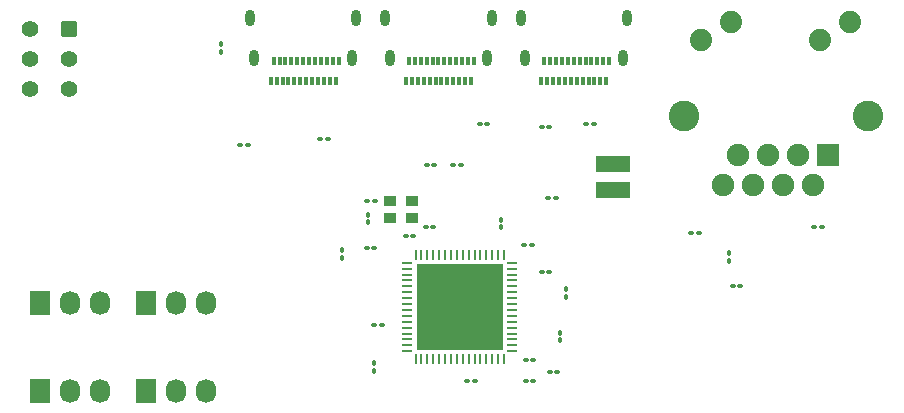
<source format=gbr>
%TF.GenerationSoftware,KiCad,Pcbnew,9.0.2*%
%TF.CreationDate,2025-07-05T10:38:59-05:00*%
%TF.ProjectId,main,6d61696e-2e6b-4696-9361-645f70636258,rev?*%
%TF.SameCoordinates,Original*%
%TF.FileFunction,Soldermask,Top*%
%TF.FilePolarity,Negative*%
%FSLAX46Y46*%
G04 Gerber Fmt 4.6, Leading zero omitted, Abs format (unit mm)*
G04 Created by KiCad (PCBNEW 9.0.2) date 2025-07-05 10:38:59*
%MOMM*%
%LPD*%
G01*
G04 APERTURE LIST*
G04 Aperture macros list*
%AMRoundRect*
0 Rectangle with rounded corners*
0 $1 Rounding radius*
0 $2 $3 $4 $5 $6 $7 $8 $9 X,Y pos of 4 corners*
0 Add a 4 corners polygon primitive as box body*
4,1,4,$2,$3,$4,$5,$6,$7,$8,$9,$2,$3,0*
0 Add four circle primitives for the rounded corners*
1,1,$1+$1,$2,$3*
1,1,$1+$1,$4,$5*
1,1,$1+$1,$6,$7*
1,1,$1+$1,$8,$9*
0 Add four rect primitives between the rounded corners*
20,1,$1+$1,$2,$3,$4,$5,0*
20,1,$1+$1,$4,$5,$6,$7,0*
20,1,$1+$1,$6,$7,$8,$9,0*
20,1,$1+$1,$8,$9,$2,$3,0*%
G04 Aperture macros list end*
%ADD10R,0.304800X0.711200*%
%ADD11O,0.812800X1.397000*%
%ADD12RoundRect,0.100000X0.130000X0.100000X-0.130000X0.100000X-0.130000X-0.100000X0.130000X-0.100000X0*%
%ADD13RoundRect,0.100000X0.100000X-0.130000X0.100000X0.130000X-0.100000X0.130000X-0.100000X-0.130000X0*%
%ADD14RoundRect,0.100000X-0.130000X-0.100000X0.130000X-0.100000X0.130000X0.100000X-0.130000X0.100000X0*%
%ADD15RoundRect,0.100000X-0.100000X0.130000X-0.100000X-0.130000X0.100000X-0.130000X0.100000X0.130000X0*%
%ADD16C,2.600000*%
%ADD17C,1.900000*%
%ADD18R,1.900000X1.900000*%
%ADD19C,1.890000*%
%ADD20C,1.400000*%
%ADD21RoundRect,0.250000X-0.450000X0.450000X-0.450000X-0.450000X0.450000X-0.450000X0.450000X0.450000X0*%
%ADD22R,7.300000X7.300000*%
%ADD23RoundRect,0.062500X-0.062500X-0.375000X0.062500X-0.375000X0.062500X0.375000X-0.062500X0.375000X0*%
%ADD24RoundRect,0.062500X-0.375000X-0.062500X0.375000X-0.062500X0.375000X0.062500X-0.375000X0.062500X0*%
%ADD25R,3.000000X1.400000*%
%ADD26R,1.730000X2.030000*%
%ADD27O,1.730000X2.030000*%
%ADD28R,1.050000X0.950000*%
G04 APERTURE END LIST*
D10*
%TO.C,J4*%
X135240000Y-59109999D03*
X134740001Y-59109999D03*
X134239999Y-59109999D03*
X133740000Y-59109999D03*
X133239998Y-59109999D03*
X132740000Y-59109999D03*
X132240000Y-59109999D03*
X131739999Y-59109999D03*
X131240000Y-59109999D03*
X130739998Y-59109999D03*
X130239999Y-59109999D03*
X129740000Y-59109999D03*
X129990000Y-57409998D03*
X130489999Y-57409998D03*
X130990000Y-57409998D03*
X131489999Y-57409998D03*
X131990001Y-57409998D03*
X132490000Y-57409998D03*
X132989999Y-57409998D03*
X133490001Y-57409998D03*
X133990000Y-57409998D03*
X134490001Y-57409998D03*
X134990000Y-57409998D03*
X135489999Y-57409998D03*
D11*
X128360001Y-57199999D03*
X128000000Y-53750000D03*
X136980000Y-53750000D03*
X136619999Y-57199999D03*
%TD*%
D10*
%TO.C,J2*%
X146693200Y-59109999D03*
X146193201Y-59109999D03*
X145693199Y-59109999D03*
X145193200Y-59109999D03*
X144693198Y-59109999D03*
X144193200Y-59109999D03*
X143693200Y-59109999D03*
X143193199Y-59109999D03*
X142693200Y-59109999D03*
X142193198Y-59109999D03*
X141693199Y-59109999D03*
X141193200Y-59109999D03*
X141443200Y-57409998D03*
X141943199Y-57409998D03*
X142443200Y-57409998D03*
X142943199Y-57409998D03*
X143443201Y-57409998D03*
X143943200Y-57409998D03*
X144443199Y-57409998D03*
X144943201Y-57409998D03*
X145443200Y-57409998D03*
X145943201Y-57409998D03*
X146443200Y-57409998D03*
X146943199Y-57409998D03*
D11*
X139813201Y-57199999D03*
X139453200Y-53750000D03*
X148433200Y-53750000D03*
X148073199Y-57199999D03*
%TD*%
D10*
%TO.C,J1*%
X158146400Y-59109999D03*
X157646401Y-59109999D03*
X157146399Y-59109999D03*
X156646400Y-59109999D03*
X156146398Y-59109999D03*
X155646400Y-59109999D03*
X155146400Y-59109999D03*
X154646399Y-59109999D03*
X154146400Y-59109999D03*
X153646398Y-59109999D03*
X153146399Y-59109999D03*
X152646400Y-59109999D03*
X152896400Y-57409998D03*
X153396399Y-57409998D03*
X153896400Y-57409998D03*
X154396399Y-57409998D03*
X154896401Y-57409998D03*
X155396400Y-57409998D03*
X155896399Y-57409998D03*
X156396401Y-57409998D03*
X156896400Y-57409998D03*
X157396401Y-57409998D03*
X157896400Y-57409998D03*
X158396399Y-57409998D03*
D11*
X151266401Y-57199999D03*
X150906400Y-53750000D03*
X159886400Y-53750000D03*
X159526399Y-57199999D03*
%TD*%
D12*
%TO.C,C1*%
X137930000Y-69250000D03*
X138570000Y-69250000D03*
%TD*%
D13*
%TO.C,C2*%
X138000000Y-70430000D03*
X138000000Y-71070000D03*
%TD*%
D14*
%TO.C,C3*%
X153320000Y-75250000D03*
X152680000Y-75250000D03*
%TD*%
D15*
%TO.C,C4*%
X154750000Y-77390000D03*
X154750000Y-76750000D03*
%TD*%
D12*
%TO.C,C5*%
X137860000Y-73250000D03*
X138500000Y-73250000D03*
%TD*%
D14*
%TO.C,C6*%
X151820000Y-73000000D03*
X151180000Y-73000000D03*
%TD*%
%TO.C,C7*%
X151975000Y-82750000D03*
X151335000Y-82750000D03*
%TD*%
D13*
%TO.C,C8*%
X135750000Y-73430000D03*
X135750000Y-74070000D03*
%TD*%
%TO.C,C9*%
X154250000Y-80430000D03*
X154250000Y-81070000D03*
%TD*%
D14*
%TO.C,C10*%
X139140000Y-79750000D03*
X138500000Y-79750000D03*
%TD*%
%TO.C,C11*%
X154000000Y-83750000D03*
X153360000Y-83750000D03*
%TD*%
D16*
%TO.C,J6*%
X164725000Y-62080000D03*
X180275000Y-62080000D03*
D17*
X168055000Y-67910000D03*
X169325000Y-65370000D03*
X170595000Y-67910000D03*
X171865000Y-65370000D03*
X173135000Y-67910000D03*
X174405000Y-65370000D03*
X175675000Y-67910000D03*
D18*
X176945000Y-65370000D03*
D19*
X178825000Y-54130000D03*
X176285000Y-55650000D03*
X168715000Y-54130000D03*
X166175000Y-55650000D03*
%TD*%
D12*
%TO.C,R1*%
X142930000Y-66250000D03*
X143570000Y-66250000D03*
%TD*%
D14*
%TO.C,R2*%
X127820000Y-64500000D03*
X127180000Y-64500000D03*
%TD*%
D12*
%TO.C,R3*%
X133930000Y-64000000D03*
X134570000Y-64000000D03*
%TD*%
%TO.C,R4*%
X145180000Y-66250000D03*
X145820000Y-66250000D03*
%TD*%
D14*
%TO.C,R5*%
X141820000Y-72250000D03*
X141180000Y-72250000D03*
%TD*%
%TO.C,R6*%
X153320000Y-63000000D03*
X152680000Y-63000000D03*
%TD*%
D12*
%TO.C,R7*%
X156430000Y-62750000D03*
X157070000Y-62750000D03*
%TD*%
D14*
%TO.C,R8*%
X143500000Y-71500000D03*
X142860000Y-71500000D03*
%TD*%
D13*
%TO.C,R9*%
X149250000Y-70860000D03*
X149250000Y-71500000D03*
%TD*%
D15*
%TO.C,R10*%
X168500000Y-74320000D03*
X168500000Y-73680000D03*
%TD*%
D12*
%TO.C,R11*%
X165360000Y-72000000D03*
X166000000Y-72000000D03*
%TD*%
%TO.C,R12*%
X153250000Y-69000000D03*
X153890000Y-69000000D03*
%TD*%
%TO.C,R13*%
X175750000Y-71500000D03*
X176390000Y-71500000D03*
%TD*%
%TO.C,R14*%
X168860000Y-76500000D03*
X169500000Y-76500000D03*
%TD*%
D15*
%TO.C,R15*%
X125500000Y-56640000D03*
X125500000Y-56000000D03*
%TD*%
D12*
%TO.C,R16*%
X147430000Y-62750000D03*
X148070000Y-62750000D03*
%TD*%
%TO.C,R17*%
X146360000Y-84500000D03*
X147000000Y-84500000D03*
%TD*%
D13*
%TO.C,R18*%
X138500000Y-83000000D03*
X138500000Y-83640000D03*
%TD*%
D14*
%TO.C,R19*%
X151975000Y-84500000D03*
X151335000Y-84500000D03*
%TD*%
D20*
%TO.C,SW1*%
X109342500Y-54750000D03*
X109342500Y-57250000D03*
X109342500Y-59750000D03*
X112642500Y-59750000D03*
X112642500Y-57250000D03*
D21*
X112642500Y-54750000D03*
%TD*%
D22*
%TO.C,U2*%
X145750000Y-78250000D03*
D23*
X142000000Y-73812500D03*
X142500000Y-73812500D03*
X143000000Y-73812500D03*
X143500000Y-73812500D03*
X144000000Y-73812500D03*
X144500000Y-73812500D03*
X145000000Y-73812500D03*
X145500000Y-73812500D03*
X146000000Y-73812500D03*
X146500000Y-73812500D03*
X147000000Y-73812500D03*
X147500000Y-73812500D03*
X148000000Y-73812500D03*
X148500000Y-73812500D03*
X149000000Y-73812500D03*
X149500000Y-73812500D03*
D24*
X150187500Y-74500000D03*
X150187500Y-75000000D03*
X150187500Y-75500000D03*
X150187500Y-76000000D03*
X150187500Y-76500000D03*
X150187500Y-77000000D03*
X150187500Y-77500000D03*
X150187500Y-78000000D03*
X150187500Y-78500000D03*
X150187500Y-79000000D03*
X150187500Y-79500000D03*
X150187500Y-80000000D03*
X150187500Y-80500000D03*
X150187500Y-81000000D03*
X150187500Y-81500000D03*
X150187500Y-82000000D03*
D23*
X149500000Y-82687500D03*
X149000000Y-82687500D03*
X148500000Y-82687500D03*
X148000000Y-82687500D03*
X147500000Y-82687500D03*
X147000000Y-82687500D03*
X146500000Y-82687500D03*
X146000000Y-82687500D03*
X145500000Y-82687500D03*
X145000000Y-82687500D03*
X144500000Y-82687500D03*
X144000000Y-82687500D03*
X143500000Y-82687500D03*
X143000000Y-82687500D03*
X142500000Y-82687500D03*
X142000000Y-82687500D03*
D24*
X141312500Y-82000000D03*
X141312500Y-81500000D03*
X141312500Y-81000000D03*
X141312500Y-80500000D03*
X141312500Y-80000000D03*
X141312500Y-79500000D03*
X141312500Y-79000000D03*
X141312500Y-78500000D03*
X141312500Y-78000000D03*
X141312500Y-77500000D03*
X141312500Y-77000000D03*
X141312500Y-76500000D03*
X141312500Y-76000000D03*
X141312500Y-75500000D03*
X141312500Y-75000000D03*
X141312500Y-74500000D03*
%TD*%
D25*
%TO.C,FB1*%
X158750000Y-68350000D03*
X158750000Y-66150000D03*
%TD*%
D26*
%TO.C,M1*%
X110200000Y-85375000D03*
D27*
X112740000Y-85375000D03*
X115280000Y-85375000D03*
%TD*%
D26*
%TO.C,M2*%
X119200000Y-77875000D03*
D27*
X121740000Y-77875000D03*
X124280000Y-77875000D03*
%TD*%
D28*
%TO.C,Y2*%
X139825000Y-70725000D03*
X141675000Y-70725000D03*
X141675000Y-69275000D03*
X139825000Y-69275000D03*
%TD*%
D26*
%TO.C,M3*%
X119200000Y-85375000D03*
D27*
X121740000Y-85375000D03*
X124280000Y-85375000D03*
%TD*%
D26*
%TO.C,M4*%
X110200000Y-77875000D03*
D27*
X112740000Y-77875000D03*
X115280000Y-77875000D03*
%TD*%
M02*

</source>
